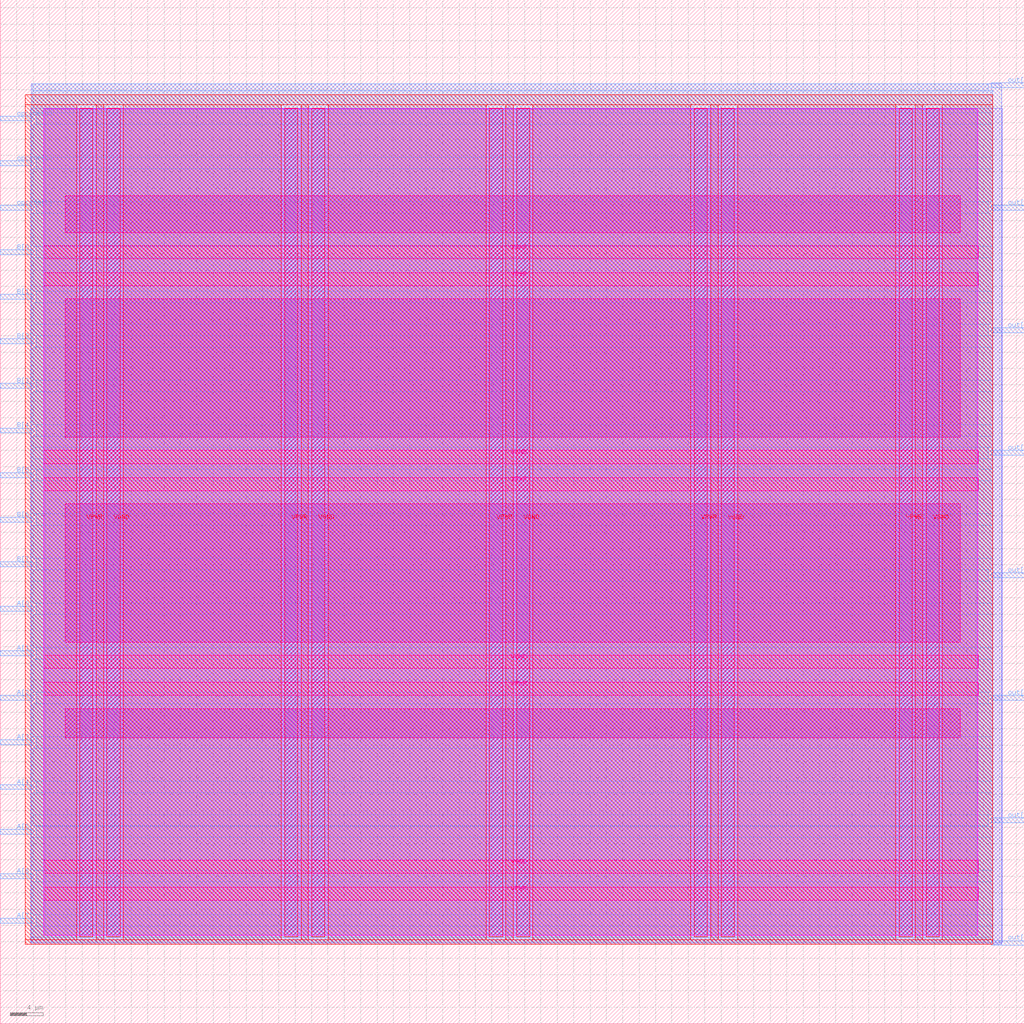
<source format=lef>
VERSION 5.7 ;
  NOWIREEXTENSIONATPIN ON ;
  DIVIDERCHAR "/" ;
  BUSBITCHARS "[]" ;
MACRO aludesign
  CLASS BLOCK ;
  FOREIGN aludesign ;
  ORIGIN 0.000 0.000 ;
  SIZE 125.000 BY 125.000 ;
  PIN A[0]
    DIRECTION INPUT ;
    USE SIGNAL ;
    ANTENNAGATEAREA 0.247500 ;
    PORT
      LAYER met3 ;
        RECT 0.000 50.360 4.000 50.960 ;
    END
  END A[0]
  PIN A[1]
    DIRECTION INPUT ;
    USE SIGNAL ;
    ANTENNAGATEAREA 0.213000 ;
    PORT
      LAYER met3 ;
        RECT 0.000 44.920 4.000 45.520 ;
    END
  END A[1]
  PIN A[2]
    DIRECTION INPUT ;
    USE SIGNAL ;
    ANTENNAGATEAREA 0.247500 ;
    PORT
      LAYER met3 ;
        RECT 0.000 39.480 4.000 40.080 ;
    END
  END A[2]
  PIN A[3]
    DIRECTION INPUT ;
    USE SIGNAL ;
    ANTENNAGATEAREA 0.247500 ;
    PORT
      LAYER met3 ;
        RECT 0.000 34.040 4.000 34.640 ;
    END
  END A[3]
  PIN A[4]
    DIRECTION INPUT ;
    USE SIGNAL ;
    ANTENNAGATEAREA 0.495000 ;
    PORT
      LAYER met3 ;
        RECT 0.000 28.600 4.000 29.200 ;
    END
  END A[4]
  PIN A[5]
    DIRECTION INPUT ;
    USE SIGNAL ;
    ANTENNAGATEAREA 0.159000 ;
    PORT
      LAYER met3 ;
        RECT 0.000 23.160 4.000 23.760 ;
    END
  END A[5]
  PIN A[6]
    DIRECTION INPUT ;
    USE SIGNAL ;
    ANTENNAGATEAREA 0.495000 ;
    PORT
      LAYER met3 ;
        RECT 0.000 17.720 4.000 18.320 ;
    END
  END A[6]
  PIN A[7]
    DIRECTION INPUT ;
    USE SIGNAL ;
    ANTENNAGATEAREA 0.213000 ;
    PORT
      LAYER met3 ;
        RECT 0.000 12.280 4.000 12.880 ;
    END
  END A[7]
  PIN B[0]
    DIRECTION INPUT ;
    USE SIGNAL ;
    ANTENNAGATEAREA 0.495000 ;
    PORT
      LAYER met3 ;
        RECT 0.000 93.880 4.000 94.480 ;
    END
  END B[0]
  PIN B[1]
    DIRECTION INPUT ;
    USE SIGNAL ;
    ANTENNAGATEAREA 0.742500 ;
    PORT
      LAYER met3 ;
        RECT 0.000 88.440 4.000 89.040 ;
    END
  END B[1]
  PIN B[2]
    DIRECTION INPUT ;
    USE SIGNAL ;
    ANTENNAGATEAREA 0.213000 ;
    PORT
      LAYER met3 ;
        RECT 0.000 83.000 4.000 83.600 ;
    END
  END B[2]
  PIN B[3]
    DIRECTION INPUT ;
    USE SIGNAL ;
    ANTENNAGATEAREA 0.213000 ;
    PORT
      LAYER met3 ;
        RECT 0.000 77.560 4.000 78.160 ;
    END
  END B[3]
  PIN B[4]
    DIRECTION INPUT ;
    USE SIGNAL ;
    ANTENNAGATEAREA 0.159000 ;
    PORT
      LAYER met3 ;
        RECT 0.000 72.120 4.000 72.720 ;
    END
  END B[4]
  PIN B[5]
    DIRECTION INPUT ;
    USE SIGNAL ;
    ANTENNAGATEAREA 0.247500 ;
    PORT
      LAYER met3 ;
        RECT 0.000 66.680 4.000 67.280 ;
    END
  END B[5]
  PIN B[6]
    DIRECTION INPUT ;
    USE SIGNAL ;
    ANTENNAGATEAREA 0.247500 ;
    PORT
      LAYER met3 ;
        RECT 0.000 61.240 4.000 61.840 ;
    END
  END B[6]
  PIN B[7]
    DIRECTION INPUT ;
    USE SIGNAL ;
    ANTENNAGATEAREA 0.159000 ;
    PORT
      LAYER met3 ;
        RECT 0.000 55.800 4.000 56.400 ;
    END
  END B[7]
  PIN VGND
    DIRECTION INOUT ;
    USE GROUND ;
    PORT
      LAYER met4 ;
        RECT 13.020 10.640 14.620 111.760 ;
    END
    PORT
      LAYER met4 ;
        RECT 38.020 10.640 39.620 111.760 ;
    END
    PORT
      LAYER met4 ;
        RECT 63.020 10.640 64.620 111.760 ;
    END
    PORT
      LAYER met4 ;
        RECT 88.020 10.640 89.620 111.760 ;
    END
    PORT
      LAYER met4 ;
        RECT 113.020 10.640 114.620 111.760 ;
    END
    PORT
      LAYER met5 ;
        RECT 5.280 18.380 119.380 19.980 ;
    END
    PORT
      LAYER met5 ;
        RECT 5.280 43.380 119.380 44.980 ;
    END
    PORT
      LAYER met5 ;
        RECT 5.280 68.380 119.380 69.980 ;
    END
    PORT
      LAYER met5 ;
        RECT 5.280 93.380 119.380 94.980 ;
    END
  END VGND
  PIN VPWR
    DIRECTION INOUT ;
    USE POWER ;
    PORT
      LAYER met4 ;
        RECT 9.720 10.640 11.320 111.760 ;
    END
    PORT
      LAYER met4 ;
        RECT 34.720 10.640 36.320 111.760 ;
    END
    PORT
      LAYER met4 ;
        RECT 59.720 10.640 61.320 111.760 ;
    END
    PORT
      LAYER met4 ;
        RECT 84.720 10.640 86.320 111.760 ;
    END
    PORT
      LAYER met4 ;
        RECT 109.720 10.640 111.320 111.760 ;
    END
    PORT
      LAYER met5 ;
        RECT 5.280 15.080 119.380 16.680 ;
    END
    PORT
      LAYER met5 ;
        RECT 5.280 40.080 119.380 41.680 ;
    END
    PORT
      LAYER met5 ;
        RECT 5.280 65.080 119.380 66.680 ;
    END
    PORT
      LAYER met5 ;
        RECT 5.280 90.080 119.380 91.680 ;
    END
  END VPWR
  PIN opcode[0]
    DIRECTION INPUT ;
    USE SIGNAL ;
    ANTENNAGATEAREA 0.159000 ;
    PORT
      LAYER met3 ;
        RECT 0.000 110.200 4.000 110.800 ;
    END
  END opcode[0]
  PIN opcode[1]
    DIRECTION INPUT ;
    USE SIGNAL ;
    ANTENNAGATEAREA 0.213000 ;
    PORT
      LAYER met3 ;
        RECT 0.000 104.760 4.000 105.360 ;
    END
  END opcode[1]
  PIN opcode[2]
    DIRECTION INPUT ;
    USE SIGNAL ;
    ANTENNAGATEAREA 0.247500 ;
    PORT
      LAYER met3 ;
        RECT 0.000 99.320 4.000 99.920 ;
    END
  END opcode[2]
  PIN out[0]
    DIRECTION OUTPUT ;
    USE SIGNAL ;
    ANTENNADIFFAREA 0.445500 ;
    PORT
      LAYER met3 ;
        RECT 121.000 114.280 125.000 114.880 ;
    END
  END out[0]
  PIN out[1]
    DIRECTION OUTPUT ;
    USE SIGNAL ;
    ANTENNADIFFAREA 0.445500 ;
    PORT
      LAYER met3 ;
        RECT 121.000 99.320 125.000 99.920 ;
    END
  END out[1]
  PIN out[2]
    DIRECTION OUTPUT ;
    USE SIGNAL ;
    ANTENNADIFFAREA 0.445500 ;
    PORT
      LAYER met3 ;
        RECT 121.000 84.360 125.000 84.960 ;
    END
  END out[2]
  PIN out[3]
    DIRECTION OUTPUT ;
    USE SIGNAL ;
    ANTENNADIFFAREA 0.445500 ;
    PORT
      LAYER met3 ;
        RECT 121.000 69.400 125.000 70.000 ;
    END
  END out[3]
  PIN out[4]
    DIRECTION OUTPUT ;
    USE SIGNAL ;
    ANTENNADIFFAREA 0.445500 ;
    PORT
      LAYER met3 ;
        RECT 121.000 54.440 125.000 55.040 ;
    END
  END out[4]
  PIN out[5]
    DIRECTION OUTPUT ;
    USE SIGNAL ;
    ANTENNADIFFAREA 0.445500 ;
    PORT
      LAYER met3 ;
        RECT 121.000 39.480 125.000 40.080 ;
    END
  END out[5]
  PIN out[6]
    DIRECTION OUTPUT ;
    USE SIGNAL ;
    ANTENNADIFFAREA 1.336500 ;
    PORT
      LAYER met3 ;
        RECT 121.000 24.520 125.000 25.120 ;
    END
  END out[6]
  PIN out[7]
    DIRECTION OUTPUT ;
    USE SIGNAL ;
    ANTENNADIFFAREA 1.782000 ;
    PORT
      LAYER met3 ;
        RECT 121.000 9.560 125.000 10.160 ;
    END
  END out[7]
  OBS
      LAYER nwell ;
        RECT 5.330 10.795 119.330 111.710 ;
      LAYER li1 ;
        RECT 5.520 10.795 119.140 111.605 ;
      LAYER met1 ;
        RECT 3.750 9.900 122.290 111.760 ;
      LAYER met2 ;
        RECT 3.780 9.675 122.260 114.765 ;
      LAYER met3 ;
        RECT 3.950 113.880 120.600 114.745 ;
        RECT 3.950 111.200 121.170 113.880 ;
        RECT 4.400 109.800 121.170 111.200 ;
        RECT 3.950 105.760 121.170 109.800 ;
        RECT 4.400 104.360 121.170 105.760 ;
        RECT 3.950 100.320 121.170 104.360 ;
        RECT 4.400 98.920 120.600 100.320 ;
        RECT 3.950 94.880 121.170 98.920 ;
        RECT 4.400 93.480 121.170 94.880 ;
        RECT 3.950 89.440 121.170 93.480 ;
        RECT 4.400 88.040 121.170 89.440 ;
        RECT 3.950 85.360 121.170 88.040 ;
        RECT 3.950 84.000 120.600 85.360 ;
        RECT 4.400 83.960 120.600 84.000 ;
        RECT 4.400 82.600 121.170 83.960 ;
        RECT 3.950 78.560 121.170 82.600 ;
        RECT 4.400 77.160 121.170 78.560 ;
        RECT 3.950 73.120 121.170 77.160 ;
        RECT 4.400 71.720 121.170 73.120 ;
        RECT 3.950 70.400 121.170 71.720 ;
        RECT 3.950 69.000 120.600 70.400 ;
        RECT 3.950 67.680 121.170 69.000 ;
        RECT 4.400 66.280 121.170 67.680 ;
        RECT 3.950 62.240 121.170 66.280 ;
        RECT 4.400 60.840 121.170 62.240 ;
        RECT 3.950 56.800 121.170 60.840 ;
        RECT 4.400 55.440 121.170 56.800 ;
        RECT 4.400 55.400 120.600 55.440 ;
        RECT 3.950 54.040 120.600 55.400 ;
        RECT 3.950 51.360 121.170 54.040 ;
        RECT 4.400 49.960 121.170 51.360 ;
        RECT 3.950 45.920 121.170 49.960 ;
        RECT 4.400 44.520 121.170 45.920 ;
        RECT 3.950 40.480 121.170 44.520 ;
        RECT 4.400 39.080 120.600 40.480 ;
        RECT 3.950 35.040 121.170 39.080 ;
        RECT 4.400 33.640 121.170 35.040 ;
        RECT 3.950 29.600 121.170 33.640 ;
        RECT 4.400 28.200 121.170 29.600 ;
        RECT 3.950 25.520 121.170 28.200 ;
        RECT 3.950 24.160 120.600 25.520 ;
        RECT 4.400 24.120 120.600 24.160 ;
        RECT 4.400 22.760 121.170 24.120 ;
        RECT 3.950 18.720 121.170 22.760 ;
        RECT 4.400 17.320 121.170 18.720 ;
        RECT 3.950 13.280 121.170 17.320 ;
        RECT 4.400 11.880 121.170 13.280 ;
        RECT 3.950 10.560 121.170 11.880 ;
        RECT 3.950 9.695 120.600 10.560 ;
      LAYER met4 ;
        RECT 3.070 112.160 121.145 113.385 ;
        RECT 3.070 10.240 9.320 112.160 ;
        RECT 11.720 10.240 12.620 112.160 ;
        RECT 15.020 10.240 34.320 112.160 ;
        RECT 36.720 10.240 37.620 112.160 ;
        RECT 40.020 10.240 59.320 112.160 ;
        RECT 61.720 10.240 62.620 112.160 ;
        RECT 65.020 10.240 84.320 112.160 ;
        RECT 86.720 10.240 87.620 112.160 ;
        RECT 90.020 10.240 109.320 112.160 ;
        RECT 111.720 10.240 112.620 112.160 ;
        RECT 115.020 10.240 121.145 112.160 ;
        RECT 3.070 9.695 121.145 10.240 ;
      LAYER met5 ;
        RECT 7.940 96.580 117.180 101.100 ;
        RECT 7.940 71.580 117.180 88.480 ;
        RECT 7.940 46.580 117.180 63.480 ;
        RECT 7.940 34.900 117.180 38.480 ;
  END
END aludesign
END LIBRARY


</source>
